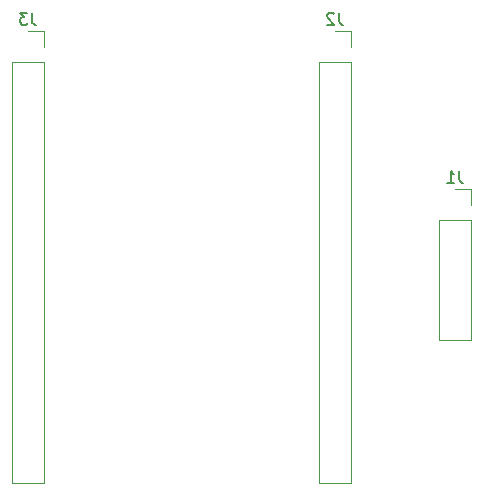
<source format=gbr>
%TF.GenerationSoftware,KiCad,Pcbnew,6.0.9*%
%TF.CreationDate,2022-12-25T21:15:46+09:00*%
%TF.ProjectId,Aideepen_ESP32,41696465-6570-4656-9e5f-45535033322e,rev?*%
%TF.SameCoordinates,Original*%
%TF.FileFunction,Legend,Bot*%
%TF.FilePolarity,Positive*%
%FSLAX46Y46*%
G04 Gerber Fmt 4.6, Leading zero omitted, Abs format (unit mm)*
G04 Created by KiCad (PCBNEW 6.0.9) date 2022-12-25 21:15:46*
%MOMM*%
%LPD*%
G01*
G04 APERTURE LIST*
%ADD10C,0.150000*%
%ADD11C,0.120000*%
G04 APERTURE END LIST*
D10*
%TO.C,J2*%
X137493333Y-67572380D02*
X137493333Y-68286666D01*
X137540952Y-68429523D01*
X137636190Y-68524761D01*
X137779047Y-68572380D01*
X137874285Y-68572380D01*
X137064761Y-67667619D02*
X137017142Y-67620000D01*
X136921904Y-67572380D01*
X136683809Y-67572380D01*
X136588571Y-67620000D01*
X136540952Y-67667619D01*
X136493333Y-67762857D01*
X136493333Y-67858095D01*
X136540952Y-68000952D01*
X137112380Y-68572380D01*
X136493333Y-68572380D01*
%TO.C,J1*%
X147653333Y-80942380D02*
X147653333Y-81656666D01*
X147700952Y-81799523D01*
X147796190Y-81894761D01*
X147939047Y-81942380D01*
X148034285Y-81942380D01*
X146653333Y-81942380D02*
X147224761Y-81942380D01*
X146939047Y-81942380D02*
X146939047Y-80942380D01*
X147034285Y-81085238D01*
X147129523Y-81180476D01*
X147224761Y-81228095D01*
%TO.C,J3*%
X111493333Y-67572380D02*
X111493333Y-68286666D01*
X111540952Y-68429523D01*
X111636190Y-68524761D01*
X111779047Y-68572380D01*
X111874285Y-68572380D01*
X111112380Y-67572380D02*
X110493333Y-67572380D01*
X110826666Y-67953333D01*
X110683809Y-67953333D01*
X110588571Y-68000952D01*
X110540952Y-68048571D01*
X110493333Y-68143809D01*
X110493333Y-68381904D01*
X110540952Y-68477142D01*
X110588571Y-68524761D01*
X110683809Y-68572380D01*
X110969523Y-68572380D01*
X111064761Y-68524761D01*
X111112380Y-68477142D01*
D11*
%TO.C,J2*%
X138490000Y-70450000D02*
X138490000Y-69120000D01*
X138490000Y-71720000D02*
X135830000Y-71720000D01*
X138490000Y-71720000D02*
X138490000Y-107340000D01*
X138490000Y-107340000D02*
X135830000Y-107340000D01*
X135830000Y-71720000D02*
X135830000Y-107340000D01*
X138490000Y-69120000D02*
X137160000Y-69120000D01*
%TO.C,J1*%
X148650000Y-85090000D02*
X148650000Y-95310000D01*
X145990000Y-85090000D02*
X145990000Y-95310000D01*
X148650000Y-82490000D02*
X147320000Y-82490000D01*
X148650000Y-83820000D02*
X148650000Y-82490000D01*
X148650000Y-95310000D02*
X145990000Y-95310000D01*
X148650000Y-85090000D02*
X145990000Y-85090000D01*
%TO.C,J3*%
X109830000Y-71720000D02*
X109830000Y-107340000D01*
X112490000Y-71720000D02*
X112490000Y-107340000D01*
X112490000Y-107340000D02*
X109830000Y-107340000D01*
X112490000Y-71720000D02*
X109830000Y-71720000D01*
X112490000Y-70450000D02*
X112490000Y-69120000D01*
X112490000Y-69120000D02*
X111160000Y-69120000D01*
%TD*%
M02*

</source>
